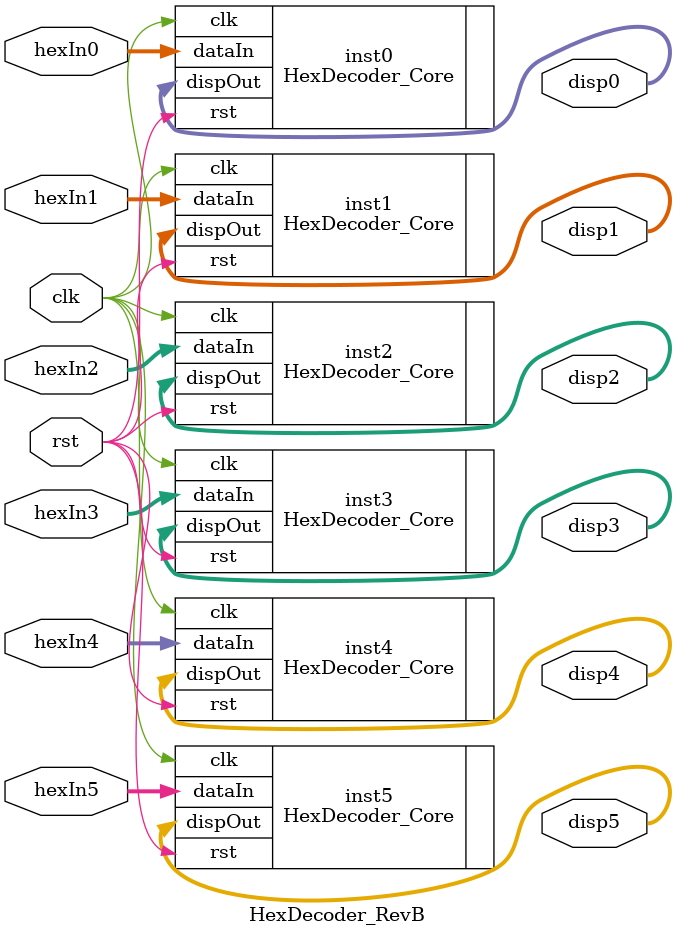
<source format=v>

module HexDecoder_RevB(clk, rst,
	hexIn0, hexIn1, hexIn2, hexIn3, hexIn4, hexIn5,
	disp0, disp1, disp2, disp3, disp4, disp5);
	
input clk, rst;
input [3:0] hexIn0, hexIn1, hexIn2, hexIn3, hexIn4, hexIn5;
output [6:0] disp0, disp1, disp2, disp3, disp4, disp5;

HexDecoder_Core inst0(
	.clk(clk),
	.rst(rst),
	.dataIn(hexIn0),
	.dispOut(disp0));
	
HexDecoder_Core inst1(
	.clk(clk),
	.rst(rst),
	.dataIn(hexIn1),
	.dispOut(disp1));
	
HexDecoder_Core inst2(
	.clk(clk),
	.rst(rst),
	.dataIn(hexIn2),
	.dispOut(disp2));
	
HexDecoder_Core inst3(
	.clk(clk),
	.rst(rst),
	.dataIn(hexIn3),
	.dispOut(disp3));
	
HexDecoder_Core inst4(
	.clk(clk),
	.rst(rst),
	.dataIn(hexIn4),
	.dispOut(disp4));
	
HexDecoder_Core inst5(
	.clk(clk),
	.rst(rst),
	.dataIn(hexIn5),
	.dispOut(disp5));
	
endmodule

</source>
